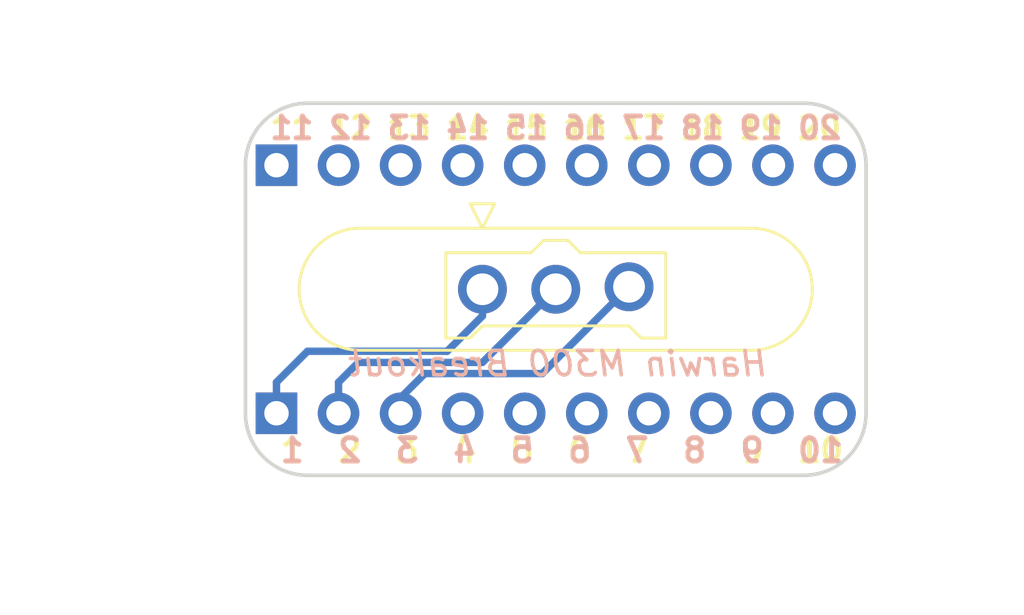
<source format=kicad_pcb>
(kicad_pcb (version 20171130) (host pcbnew "(5.1.12)-1")

  (general
    (thickness 1.6)
    (drawings 18)
    (tracks 13)
    (zones 0)
    (modules 3)
    (nets 21)
  )

  (page A4)
  (layers
    (0 F.Cu signal)
    (31 B.Cu signal)
    (32 B.Adhes user)
    (33 F.Adhes user)
    (34 B.Paste user)
    (35 F.Paste user)
    (36 B.SilkS user)
    (37 F.SilkS user)
    (38 B.Mask user)
    (39 F.Mask user)
    (40 Dwgs.User user)
    (41 Cmts.User user)
    (42 Eco1.User user)
    (43 Eco2.User user)
    (44 Edge.Cuts user)
    (45 Margin user)
    (46 B.CrtYd user)
    (47 F.CrtYd user)
    (48 B.Fab user)
    (49 F.Fab user)
  )

  (setup
    (last_trace_width 0.3048)
    (user_trace_width 0.1524)
    (user_trace_width 0.254)
    (user_trace_width 0.3048)
    (user_trace_width 0.4064)
    (trace_clearance 0.1524)
    (zone_clearance 0.508)
    (zone_45_only no)
    (trace_min 0.1524)
    (via_size 0.6858)
    (via_drill 0.3302)
    (via_min_size 0.508)
    (via_min_drill 0.254)
    (uvia_size 0.3)
    (uvia_drill 0.1)
    (uvias_allowed no)
    (uvia_min_size 0.2)
    (uvia_min_drill 0.1)
    (edge_width 0.15)
    (segment_width 0.1524)
    (pcb_text_width 0.3)
    (pcb_text_size 1.5 1.5)
    (mod_edge_width 0.25)
    (mod_text_size 1 1)
    (mod_text_width 0.15)
    (pad_size 1.524 1.524)
    (pad_drill 0.762)
    (pad_to_mask_clearance 0.0508)
    (solder_mask_min_width 0.1016)
    (aux_axis_origin 0 0)
    (visible_elements 7FFFFFFF)
    (pcbplotparams
      (layerselection 0x00030_80000001)
      (usegerberextensions false)
      (usegerberattributes true)
      (usegerberadvancedattributes true)
      (creategerberjobfile true)
      (excludeedgelayer true)
      (linewidth 0.100000)
      (plotframeref false)
      (viasonmask false)
      (mode 1)
      (useauxorigin false)
      (hpglpennumber 1)
      (hpglpenspeed 20)
      (hpglpendiameter 15.000000)
      (psnegative false)
      (psa4output false)
      (plotreference true)
      (plotvalue true)
      (plotinvisibletext false)
      (padsonsilk false)
      (subtractmaskfromsilk false)
      (outputformat 1)
      (mirror false)
      (drillshape 1)
      (scaleselection 1)
      (outputdirectory ""))
  )

  (net 0 "")
  (net 1 /A0)
  (net 2 /A1)
  (net 3 /A2)
  (net 4 /A3)
  (net 5 /D0)
  (net 6 /D1)
  (net 7 /D2)
  (net 8 /D3)
  (net 9 /D4)
  (net 10 /D5)
  (net 11 /D6)
  (net 12 /D7)
  (net 13 /D8)
  (net 14 /D9)
  (net 15 /D10)
  (net 16 /D13)
  (net 17 /D12)
  (net 18 /D11)
  (net 19 /A4)
  (net 20 /A5)

  (net_class Default "This is the default net class."
    (clearance 0.1524)
    (trace_width 0.1524)
    (via_dia 0.6858)
    (via_drill 0.3302)
    (uvia_dia 0.3)
    (uvia_drill 0.1)
    (add_net /A0)
    (add_net /A1)
    (add_net /A2)
    (add_net /A3)
    (add_net /A4)
    (add_net /A5)
    (add_net /D0)
    (add_net /D1)
    (add_net /D10)
    (add_net /D11)
    (add_net /D12)
    (add_net /D13)
    (add_net /D2)
    (add_net /D3)
    (add_net /D4)
    (add_net /D5)
    (add_net /D6)
    (add_net /D7)
    (add_net /D8)
    (add_net /D9)
  )

  (module footprints:HarwinM300 (layer F.Cu) (tedit 63407E27) (tstamp 63408CC2)
    (at 113.03 125.73 180)
    (descr "Molex 734 Male header (for PCBs); Straight solder pin 1 x 1 mm, 734-134 , 4 Pins (http://www.farnell.com/datasheets/2157639.pdf), generated with kicad-footprint-generator")
    (tags "connector Wago  side entry")
    (path /636740D3)
    (fp_text reference J1 (at 0 -3) (layer F.SilkS) hide
      (effects (font (size 1 1) (thickness 0.15)))
    )
    (fp_text value Conn_01x03 (at 0 4.25) (layer F.Fab)
      (effects (font (size 1 1) (thickness 0.15)))
    )
    (fp_line (start 0 -2.5) (end -0.5 -2.5) (layer Dwgs.User) (width 0.12))
    (fp_line (start 0 2.5) (end -0.5 2.5) (layer Dwgs.User) (width 0.12))
    (fp_line (start -9 0) (end -9 -1) (layer Dwgs.User) (width 0.12))
    (fp_line (start 9 0) (end 9 -1) (layer Dwgs.User) (width 0.12))
    (fp_line (start 0 -2.5) (end -9 -2.5) (layer Dwgs.User) (width 0.12))
    (fp_line (start -9 -2.5) (end -9 2.5) (layer Dwgs.User) (width 0.12))
    (fp_line (start 9 2.5) (end 9 -2.5) (layer Dwgs.User) (width 0.12))
    (fp_line (start 9 -2.5) (end 0 -2.5) (layer Dwgs.User) (width 0.12))
    (fp_line (start -9 2.5) (end 9 2.5) (layer Dwgs.User) (width 0.12))
    (fp_arc (start -8 0) (end -8 -2.5) (angle -180) (layer F.SilkS) (width 0.12))
    (fp_arc (start 8 0) (end 8 2.5) (angle -180) (layer F.SilkS) (width 0.12))
    (fp_line (start 4.5 1.5) (end 4.5 -2) (layer F.SilkS) (width 0.12))
    (fp_line (start 4.5 -2) (end 3.5 -2) (layer F.SilkS) (width 0.12))
    (fp_line (start 3.5 -2) (end 3 -1.5) (layer F.SilkS) (width 0.12))
    (fp_line (start 3 -1.5) (end -3 -1.5) (layer F.SilkS) (width 0.12))
    (fp_line (start -3 -1.5) (end -3.5 -2) (layer F.SilkS) (width 0.12))
    (fp_line (start -3.5 -2) (end -4.5 -2) (layer F.SilkS) (width 0.12))
    (fp_line (start -4.5 -2) (end -4.5 1.5) (layer F.SilkS) (width 0.12))
    (fp_line (start -4.5 1.5) (end -1 1.5) (layer F.SilkS) (width 0.12))
    (fp_line (start -1 1.5) (end -0.5 2) (layer F.SilkS) (width 0.12))
    (fp_line (start -0.5 2) (end 0.5 2) (layer F.SilkS) (width 0.12))
    (fp_line (start 0.5 2) (end 1 1.5) (layer F.SilkS) (width 0.12))
    (fp_line (start 1 1.5) (end 4.5 1.5) (layer F.SilkS) (width 0.12))
    (fp_line (start -8 2.5) (end 8 2.5) (layer F.SilkS) (width 0.12))
    (fp_line (start 8 -2.5) (end -8 -2.5) (layer F.SilkS) (width 0.12))
    (fp_line (start 3 2.5) (end 2.5 3.5) (layer F.SilkS) (width 0.12))
    (fp_line (start 2.5 3.5) (end 3.5 3.5) (layer F.SilkS) (width 0.12))
    (fp_line (start 3.5 3.5) (end 3 2.5) (layer F.SilkS) (width 0.12))
    (pad 3 thru_hole circle (at -3 0.1 180) (size 2 2) (drill 1.3) (layers *.Cu *.Mask)
      (net 7 /D2))
    (pad 2 thru_hole circle (at 0 0 180) (size 2 2) (drill 1.3) (layers *.Cu *.Mask)
      (net 6 /D1))
    (pad 1 thru_hole circle (at 3 0 180) (size 2 2) (drill 1.3) (layers *.Cu *.Mask)
      (net 5 /D0))
    (pad "" np_thru_hole circle (at 8 0 180) (size 3.7 3.7) (drill 3.7) (layers *.Cu *.Mask))
    (pad "" np_thru_hole circle (at -8 0 180) (size 3.7 3.7) (drill 3.7) (layers *.Cu *.Mask))
    (model ${KISYS3DMOD}/Connector_Wago.3dshapes/Wago_734-134_1x04_P3.50mm_Vertical.wrl
      (at (xyz 0 0 0))
      (scale (xyz 1 1 1))
      (rotate (xyz 0 0 0))
    )
  )

  (module Connector_PinHeader_2.54mm:PinHeader_1x10_P2.54mm_Vertical (layer F.Cu) (tedit 63331346) (tstamp 6332231A)
    (at 101.6 120.65 90)
    (descr "Through hole straight pin header, 1x10, 2.54mm pitch, single row")
    (tags "Through hole pin header THT 1x10 2.54mm single row")
    (path /6333E140)
    (fp_text reference J3 (at 0 -2.33 90) (layer F.SilkS) hide
      (effects (font (size 1 1) (thickness 0.15)))
    )
    (fp_text value Conn_01x10_Male (at 0 25.19 90) (layer F.Fab)
      (effects (font (size 1 1) (thickness 0.15)))
    )
    (fp_line (start 1.8 -1.8) (end -1.8 -1.8) (layer F.CrtYd) (width 0.05))
    (fp_line (start 1.8 24.65) (end 1.8 -1.8) (layer F.CrtYd) (width 0.05))
    (fp_line (start -1.8 24.65) (end 1.8 24.65) (layer F.CrtYd) (width 0.05))
    (fp_line (start -1.8 -1.8) (end -1.8 24.65) (layer F.CrtYd) (width 0.05))
    (fp_line (start -1.27 -0.635) (end -0.635 -1.27) (layer F.Fab) (width 0.1))
    (fp_line (start -1.27 24.13) (end -1.27 -0.635) (layer F.Fab) (width 0.1))
    (fp_line (start 1.27 24.13) (end -1.27 24.13) (layer F.Fab) (width 0.1))
    (fp_line (start 1.27 -1.27) (end 1.27 24.13) (layer F.Fab) (width 0.1))
    (fp_line (start -0.635 -1.27) (end 1.27 -1.27) (layer F.Fab) (width 0.1))
    (fp_text user %R (at 0 11.43 180) (layer F.Fab)
      (effects (font (size 1 1) (thickness 0.15)))
    )
    (pad 1 thru_hole rect (at 0 0 90) (size 1.7 1.7) (drill 1) (layers *.Cu *.Mask)
      (net 20 /A5))
    (pad 2 thru_hole oval (at 0 2.54 90) (size 1.7 1.7) (drill 1) (layers *.Cu *.Mask)
      (net 19 /A4))
    (pad 3 thru_hole oval (at 0 5.08 90) (size 1.7 1.7) (drill 1) (layers *.Cu *.Mask)
      (net 4 /A3))
    (pad 4 thru_hole oval (at 0 7.62 90) (size 1.7 1.7) (drill 1) (layers *.Cu *.Mask)
      (net 3 /A2))
    (pad 5 thru_hole oval (at 0 10.16 90) (size 1.7 1.7) (drill 1) (layers *.Cu *.Mask)
      (net 2 /A1))
    (pad 6 thru_hole oval (at 0 12.7 90) (size 1.7 1.7) (drill 1) (layers *.Cu *.Mask)
      (net 1 /A0))
    (pad 7 thru_hole oval (at 0 15.24 90) (size 1.7 1.7) (drill 1) (layers *.Cu *.Mask)
      (net 15 /D10))
    (pad 8 thru_hole oval (at 0 17.78 90) (size 1.7 1.7) (drill 1) (layers *.Cu *.Mask)
      (net 18 /D11))
    (pad 9 thru_hole oval (at 0 20.32 90) (size 1.7 1.7) (drill 1) (layers *.Cu *.Mask)
      (net 17 /D12))
    (pad 10 thru_hole oval (at 0 22.86 90) (size 1.7 1.7) (drill 1) (layers *.Cu *.Mask)
      (net 16 /D13))
    (model ${KISYS3DMOD}/Connector_PinHeader_2.54mm.3dshapes/PinHeader_1x10_P2.54mm_Vertical.wrl
      (at (xyz 0 0 0))
      (scale (xyz 1 1 1))
      (rotate (xyz 0 0 0))
    )
  )

  (module Connector_PinHeader_2.54mm:PinHeader_1x10_P2.54mm_Vertical (layer F.Cu) (tedit 63331326) (tstamp 63334017)
    (at 101.6 130.81 90)
    (descr "Through hole straight pin header, 1x10, 2.54mm pitch, single row")
    (tags "Through hole pin header THT 1x10 2.54mm single row")
    (path /6333F148)
    (fp_text reference J4 (at 0 -2.33 90) (layer F.SilkS) hide
      (effects (font (size 1 1) (thickness 0.15)))
    )
    (fp_text value Conn_01x10_Male (at 0 25.19 90) (layer F.Fab)
      (effects (font (size 1 1) (thickness 0.15)))
    )
    (fp_line (start -0.635 -1.27) (end 1.27 -1.27) (layer F.Fab) (width 0.1))
    (fp_line (start 1.27 -1.27) (end 1.27 24.13) (layer F.Fab) (width 0.1))
    (fp_line (start 1.27 24.13) (end -1.27 24.13) (layer F.Fab) (width 0.1))
    (fp_line (start -1.27 24.13) (end -1.27 -0.635) (layer F.Fab) (width 0.1))
    (fp_line (start -1.27 -0.635) (end -0.635 -1.27) (layer F.Fab) (width 0.1))
    (fp_line (start -1.8 -1.8) (end -1.8 24.65) (layer F.CrtYd) (width 0.05))
    (fp_line (start -1.8 24.65) (end 1.8 24.65) (layer F.CrtYd) (width 0.05))
    (fp_line (start 1.8 24.65) (end 1.8 -1.8) (layer F.CrtYd) (width 0.05))
    (fp_line (start 1.8 -1.8) (end -1.8 -1.8) (layer F.CrtYd) (width 0.05))
    (fp_text user %R (at 0 11.43 180) (layer F.Fab)
      (effects (font (size 1 1) (thickness 0.15)))
    )
    (pad 10 thru_hole oval (at 0 22.86 90) (size 1.7 1.7) (drill 1) (layers *.Cu *.Mask)
      (net 14 /D9))
    (pad 9 thru_hole oval (at 0 20.32 90) (size 1.7 1.7) (drill 1) (layers *.Cu *.Mask)
      (net 13 /D8))
    (pad 8 thru_hole oval (at 0 17.78 90) (size 1.7 1.7) (drill 1) (layers *.Cu *.Mask)
      (net 12 /D7))
    (pad 7 thru_hole oval (at 0 15.24 90) (size 1.7 1.7) (drill 1) (layers *.Cu *.Mask)
      (net 11 /D6))
    (pad 6 thru_hole oval (at 0 12.7 90) (size 1.7 1.7) (drill 1) (layers *.Cu *.Mask)
      (net 10 /D5))
    (pad 5 thru_hole oval (at 0 10.16 90) (size 1.7 1.7) (drill 1) (layers *.Cu *.Mask)
      (net 9 /D4))
    (pad 4 thru_hole oval (at 0 7.62 90) (size 1.7 1.7) (drill 1) (layers *.Cu *.Mask)
      (net 8 /D3))
    (pad 3 thru_hole oval (at 0 5.08 90) (size 1.7 1.7) (drill 1) (layers *.Cu *.Mask)
      (net 7 /D2))
    (pad 2 thru_hole oval (at 0 2.54 90) (size 1.7 1.7) (drill 1) (layers *.Cu *.Mask)
      (net 6 /D1))
    (pad 1 thru_hole rect (at 0 0 90) (size 1.7 1.7) (drill 1) (layers *.Cu *.Mask)
      (net 5 /D0))
    (model ${KISYS3DMOD}/Connector_PinHeader_2.54mm.3dshapes/PinHeader_1x10_P2.54mm_Vertical.wrl
      (at (xyz 0 0 0))
      (scale (xyz 1 1 1))
      (rotate (xyz 0 0 0))
    )
  )

  (gr_text "20 19 18 17 16 15 14 13 12 11" (at 113.03 119.126) (layer B.SilkS)
    (effects (font (size 0.9 0.9) (thickness 0.2)) (justify mirror))
  )
  (gr_text "10  9  8  7  6  5  4  3  2  1" (at 113.284 132.334) (layer B.SilkS)
    (effects (font (size 0.95 0.95) (thickness 0.2)) (justify mirror))
  )
  (dimension 10.16 (width 0.15) (layer Dwgs.User)
    (gr_text "0.4000 in" (at 130.84 125.73 270) (layer Dwgs.User)
      (effects (font (size 1 1) (thickness 0.15)))
    )
    (feature1 (pts (xy 124.46 130.81) (xy 130.126421 130.81)))
    (feature2 (pts (xy 124.46 120.65) (xy 130.126421 120.65)))
    (crossbar (pts (xy 129.54 120.65) (xy 129.54 130.81)))
    (arrow1a (pts (xy 129.54 130.81) (xy 128.953579 129.683496)))
    (arrow1b (pts (xy 129.54 130.81) (xy 130.126421 129.683496)))
    (arrow2a (pts (xy 129.54 120.65) (xy 128.953579 121.776504)))
    (arrow2b (pts (xy 129.54 120.65) (xy 130.126421 121.776504)))
  )
  (dimension 25.4 (width 0.15) (layer Dwgs.User)
    (gr_text "1.0000 in" (at 113.03 139.73) (layer Dwgs.User)
      (effects (font (size 1 1) (thickness 0.15)))
    )
    (feature1 (pts (xy 125.73 130.81) (xy 125.73 139.016421)))
    (feature2 (pts (xy 100.33 130.81) (xy 100.33 139.016421)))
    (crossbar (pts (xy 100.33 138.43) (xy 125.73 138.43)))
    (arrow1a (pts (xy 125.73 138.43) (xy 124.603496 139.016421)))
    (arrow1b (pts (xy 125.73 138.43) (xy 124.603496 137.843579)))
    (arrow2a (pts (xy 100.33 138.43) (xy 101.456504 139.016421)))
    (arrow2b (pts (xy 100.33 138.43) (xy 101.456504 137.843579)))
  )
  (dimension 15.24 (width 0.15) (layer Dwgs.User)
    (gr_text "0.6000 in" (at 93.95 125.73 90) (layer Dwgs.User)
      (effects (font (size 1 1) (thickness 0.15)))
    )
    (feature1 (pts (xy 102.87 118.11) (xy 94.663579 118.11)))
    (feature2 (pts (xy 102.87 133.35) (xy 94.663579 133.35)))
    (crossbar (pts (xy 95.25 133.35) (xy 95.25 118.11)))
    (arrow1a (pts (xy 95.25 118.11) (xy 95.836421 119.236504)))
    (arrow1b (pts (xy 95.25 118.11) (xy 94.663579 119.236504)))
    (arrow2a (pts (xy 95.25 133.35) (xy 95.836421 132.223496)))
    (arrow2b (pts (xy 95.25 133.35) (xy 94.663579 132.223496)))
  )
  (gr_line (start 100.33 120.65) (end 100.33 130.81) (layer Edge.Cuts) (width 0.15) (tstamp 63334D48))
  (gr_line (start 123.19 118.11) (end 102.87 118.11) (layer Edge.Cuts) (width 0.15) (tstamp 63334D47))
  (gr_line (start 125.73 130.81) (end 125.73 120.65) (layer Edge.Cuts) (width 0.15) (tstamp 63334D46))
  (gr_line (start 102.87 133.35) (end 123.19 133.35) (layer Edge.Cuts) (width 0.15) (tstamp 63334D45))
  (gr_text "Harwin M300 Breakout" (at 113.157 128.778) (layer B.SilkS)
    (effects (font (size 1 1) (thickness 0.15) italic) (justify mirror))
  )
  (gr_text "11 12 13 14 15 16 17 18 19 20" (at 113.03 119.126) (layer F.SilkS) (tstamp 63334871)
    (effects (font (size 0.9 0.9) (thickness 0.2)))
  )
  (gr_text "1  2  3  4  5  6  7  8  9  10" (at 113.284 132.334) (layer F.SilkS) (tstamp 63335405)
    (effects (font (size 0.95 0.95) (thickness 0.2)))
  )
  (gr_line (start 128.27 125.73) (end 97.79 125.73) (layer Dwgs.User) (width 0.15))
  (gr_line (start 113.03 115.57) (end 113.03 137.16) (layer Dwgs.User) (width 0.15))
  (gr_arc (start 102.87 130.81) (end 100.33 130.81) (angle -90) (layer Edge.Cuts) (width 0.15))
  (gr_arc (start 123.19 130.81) (end 123.19 133.35) (angle -90) (layer Edge.Cuts) (width 0.15))
  (gr_arc (start 123.19 120.65) (end 125.73 120.65) (angle -90) (layer Edge.Cuts) (width 0.15))
  (gr_arc (start 102.87 120.65) (end 102.87 118.11) (angle -90) (layer Edge.Cuts) (width 0.15))

  (segment (start 101.6 130.81) (end 101.6 129.54) (width 0.3048) (layer B.Cu) (net 5))
  (segment (start 101.6 129.54) (end 102.87 128.27) (width 0.3048) (layer B.Cu) (net 5))
  (segment (start 102.87 128.27) (end 108.585 128.27) (width 0.3048) (layer B.Cu) (net 5))
  (segment (start 110.03 126.825) (end 110.03 125.73) (width 0.3048) (layer B.Cu) (net 5))
  (segment (start 108.585 128.27) (end 110.03 126.825) (width 0.3048) (layer B.Cu) (net 5))
  (segment (start 104.14 130.81) (end 104.14 129.54) (width 0.3048) (layer B.Cu) (net 6))
  (segment (start 104.95279 128.72721) (end 110.03279 128.72721) (width 0.3048) (layer B.Cu) (net 6))
  (segment (start 104.14 129.54) (end 104.95279 128.72721) (width 0.3048) (layer B.Cu) (net 6))
  (segment (start 110.03279 128.72721) (end 113.03 125.73) (width 0.3048) (layer B.Cu) (net 6))
  (segment (start 106.68 130.81) (end 106.68 130.175) (width 0.3048) (layer B.Cu) (net 7))
  (segment (start 112.47558 129.18442) (end 116.03 125.63) (width 0.3048) (layer B.Cu) (net 7))
  (segment (start 107.67058 129.18442) (end 112.47558 129.18442) (width 0.3048) (layer B.Cu) (net 7))
  (segment (start 106.68 130.175) (end 107.67058 129.18442) (width 0.3048) (layer B.Cu) (net 7))

)

</source>
